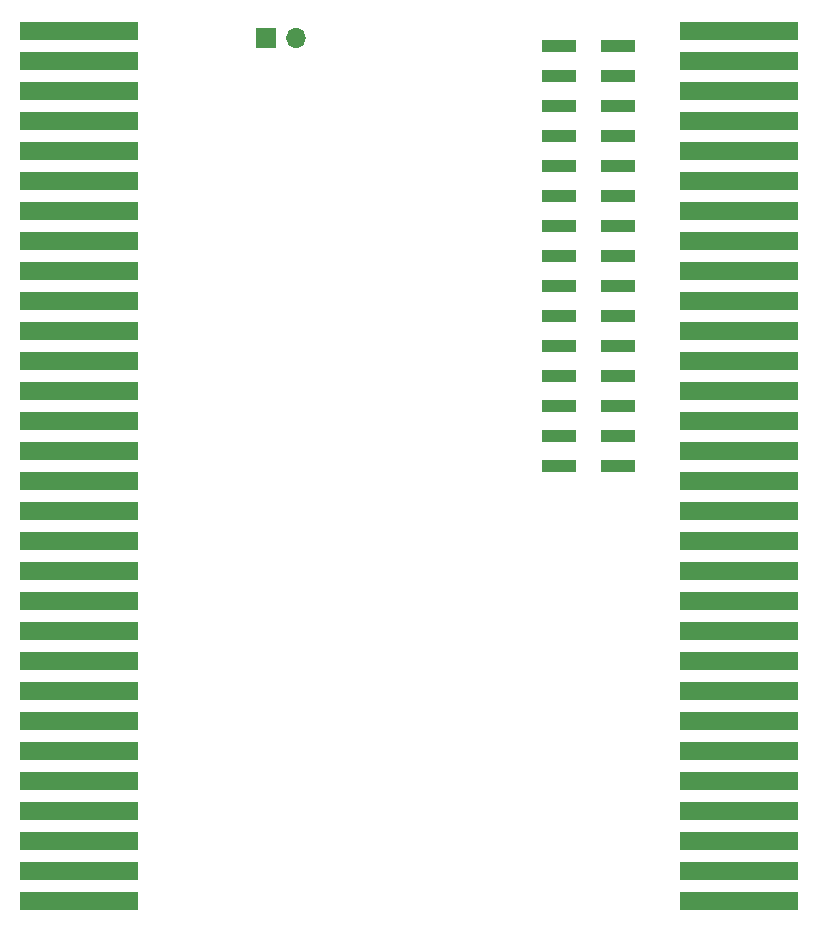
<source format=gbr>
%TF.GenerationSoftware,KiCad,Pcbnew,(5.1.8)-1*%
%TF.CreationDate,2021-03-10T17:43:25+01:00*%
%TF.ProjectId,Nes Sound Expansion,4e657320-536f-4756-9e64-20457870616e,rev?*%
%TF.SameCoordinates,Original*%
%TF.FileFunction,Soldermask,Top*%
%TF.FilePolarity,Negative*%
%FSLAX46Y46*%
G04 Gerber Fmt 4.6, Leading zero omitted, Abs format (unit mm)*
G04 Created by KiCad (PCBNEW (5.1.8)-1) date 2021-03-10 17:43:25*
%MOMM*%
%LPD*%
G01*
G04 APERTURE LIST*
%ADD10R,10.000000X1.524000*%
%ADD11O,1.700000X1.700000*%
%ADD12R,1.700000X1.700000*%
%ADD13R,3.000000X1.000000*%
G04 APERTURE END LIST*
D10*
%TO.C,J3*%
X72390000Y-119380000D03*
X72390000Y-116840000D03*
X72390000Y-114300000D03*
X72390000Y-111760000D03*
X72390000Y-109220000D03*
X72390000Y-106680000D03*
X72390000Y-104140000D03*
X72390000Y-101600000D03*
X72390000Y-99060000D03*
X72390000Y-96520000D03*
X72390000Y-93980000D03*
X72390000Y-91440000D03*
X72390000Y-88900000D03*
X72390000Y-86360000D03*
X72390000Y-83820000D03*
X72390000Y-81280000D03*
X72390000Y-78740000D03*
X72390000Y-76200000D03*
X72390000Y-73660000D03*
X72390000Y-71120000D03*
X72390000Y-68580000D03*
X72390000Y-66040000D03*
X72390000Y-63500000D03*
X72390000Y-60960000D03*
X72390000Y-58420000D03*
X72390000Y-55880000D03*
X72390000Y-53340000D03*
X72390000Y-50800000D03*
X72390000Y-48260000D03*
X72390000Y-45720000D03*
%TD*%
%TO.C,J9*%
X128270000Y-119380000D03*
X128270000Y-116840000D03*
X128270000Y-114300000D03*
X128270000Y-111760000D03*
X128270000Y-109220000D03*
X128270000Y-106680000D03*
X128270000Y-104140000D03*
X128270000Y-101600000D03*
X128270000Y-99060000D03*
X128270000Y-96520000D03*
X128270000Y-93980000D03*
X128270000Y-91440000D03*
X128270000Y-88900000D03*
X128270000Y-86360000D03*
X128270000Y-83820000D03*
X128270000Y-81280000D03*
X128270000Y-78740000D03*
X128270000Y-76200000D03*
X128270000Y-73660000D03*
X128270000Y-71120000D03*
X128270000Y-68580000D03*
X128270000Y-66040000D03*
X128270000Y-63500000D03*
X128270000Y-60960000D03*
X128270000Y-58420000D03*
X128270000Y-55880000D03*
X128270000Y-53340000D03*
X128270000Y-50800000D03*
X128270000Y-48260000D03*
X128270000Y-45720000D03*
%TD*%
D11*
%TO.C,J1*%
X90805000Y-46355000D03*
D12*
X88265000Y-46355000D03*
%TD*%
D13*
%TO.C,J2*%
X113050000Y-82550000D03*
X118090000Y-82550000D03*
X113050000Y-80010000D03*
X118090000Y-80010000D03*
X113050000Y-77470000D03*
X118090000Y-77470000D03*
X113050000Y-74930000D03*
X118090000Y-74930000D03*
X113050000Y-72390000D03*
X118090000Y-72390000D03*
X113050000Y-69850000D03*
X118090000Y-69850000D03*
X113050000Y-67310000D03*
X118090000Y-67310000D03*
X113050000Y-64770000D03*
X118090000Y-64770000D03*
X113050000Y-62230000D03*
X118090000Y-62230000D03*
X113050000Y-59690000D03*
X118090000Y-59690000D03*
X113050000Y-57150000D03*
X118090000Y-57150000D03*
X113050000Y-54610000D03*
X118090000Y-54610000D03*
X113050000Y-52070000D03*
X118090000Y-52070000D03*
X113050000Y-49530000D03*
X118090000Y-49530000D03*
X113050000Y-46990000D03*
X118090000Y-46990000D03*
%TD*%
M02*

</source>
